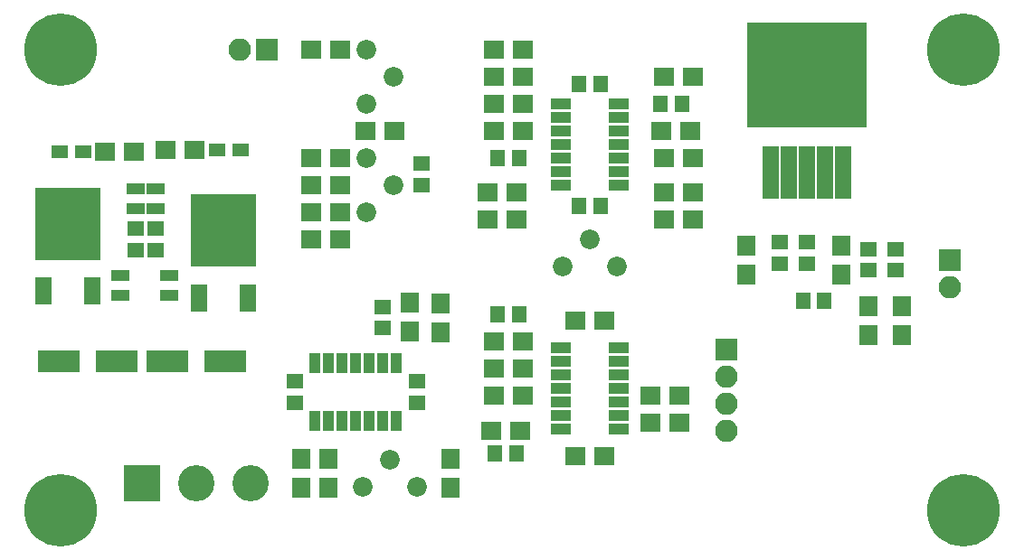
<source format=gbr>
G04 #@! TF.FileFunction,Soldermask,Top*
%FSLAX46Y46*%
G04 Gerber Fmt 4.6, Leading zero omitted, Abs format (unit mm)*
G04 Created by KiCad (PCBNEW 4.0.6) date 07/14/17 14:36:20*
%MOMM*%
%LPD*%
G01*
G04 APERTURE LIST*
%ADD10C,0.100000*%
%ADD11R,1.500000X5.000000*%
%ADD12R,11.200000X9.800000*%
%ADD13R,1.900000X1.700000*%
%ADD14C,6.800000*%
%ADD15R,1.650000X1.400000*%
%ADD16R,1.400000X1.650000*%
%ADD17R,1.600000X1.300000*%
%ADD18R,3.400000X3.400000*%
%ADD19C,3.400000*%
%ADD20R,2.100000X2.100000*%
%ADD21O,2.100000X2.100000*%
%ADD22R,1.700000X1.900000*%
%ADD23C,1.840000*%
%ADD24R,1.900000X1.000000*%
%ADD25R,1.000000X1.900000*%
%ADD26R,1.600000X2.600000*%
%ADD27R,6.200000X6.800000*%
%ADD28R,1.700000X1.100000*%
%ADD29R,3.900000X2.000000*%
G04 APERTURE END LIST*
D10*
D11*
X99470000Y-36890000D03*
X101170000Y-36890000D03*
X102870000Y-36890000D03*
X104570000Y-36890000D03*
X106270000Y-36890000D03*
D12*
X102870000Y-27740000D03*
D13*
X92155000Y-27940000D03*
X89455000Y-27940000D03*
D14*
X117475000Y-25400000D03*
X117475000Y-68580000D03*
X33020000Y-68580000D03*
D15*
X66802000Y-38084000D03*
X66802000Y-36084000D03*
D16*
X75930000Y-50165000D03*
X73930000Y-50165000D03*
X73676000Y-63246000D03*
X75676000Y-63246000D03*
D15*
X40005000Y-42180000D03*
X40005000Y-44180000D03*
X41910000Y-44180000D03*
X41910000Y-42180000D03*
D16*
X75930000Y-35560000D03*
X73930000Y-35560000D03*
X81550000Y-40005000D03*
X83550000Y-40005000D03*
X81550000Y-28575000D03*
X83550000Y-28575000D03*
D15*
X54927500Y-58467500D03*
X54927500Y-56467500D03*
X66357500Y-58467500D03*
X66357500Y-56467500D03*
X63182500Y-51482500D03*
X63182500Y-49482500D03*
D16*
X89170000Y-30480000D03*
X91170000Y-30480000D03*
D15*
X100330000Y-45450000D03*
X100330000Y-43450000D03*
X108585000Y-44085000D03*
X108585000Y-46085000D03*
X111125000Y-46085000D03*
X111125000Y-44085000D03*
X102870000Y-45450000D03*
X102870000Y-43450000D03*
D16*
X104505000Y-48895000D03*
X102505000Y-48895000D03*
D17*
X32936000Y-34925000D03*
X35136000Y-34925000D03*
X47668000Y-34798000D03*
X49868000Y-34798000D03*
D18*
X40640000Y-66040000D03*
D19*
X45720000Y-66040000D03*
X50800000Y-66040000D03*
D20*
X52324000Y-25400000D03*
D21*
X49784000Y-25400000D03*
D20*
X95300800Y-53543200D03*
D21*
X95300800Y-56083200D03*
X95300800Y-58623200D03*
X95300800Y-61163200D03*
D20*
X116205000Y-45085000D03*
D21*
X116205000Y-47625000D03*
D13*
X59135000Y-35560000D03*
X56435000Y-35560000D03*
X56435000Y-43180000D03*
X59135000Y-43180000D03*
X59135000Y-38100000D03*
X56435000Y-38100000D03*
X56435000Y-40640000D03*
X59135000Y-40640000D03*
X59135000Y-25400000D03*
X56435000Y-25400000D03*
X76280000Y-55245000D03*
X73580000Y-55245000D03*
X73580000Y-57785000D03*
X76280000Y-57785000D03*
X76280000Y-25400000D03*
X73580000Y-25400000D03*
X64215000Y-33020000D03*
X61515000Y-33020000D03*
X76280000Y-52705000D03*
X73580000Y-52705000D03*
X73326000Y-61087000D03*
X76026000Y-61087000D03*
X76280000Y-33020000D03*
X73580000Y-33020000D03*
X83900000Y-50800000D03*
X81200000Y-50800000D03*
X88185000Y-57785000D03*
X90885000Y-57785000D03*
X83900000Y-63500000D03*
X81200000Y-63500000D03*
X73580000Y-30480000D03*
X76280000Y-30480000D03*
X73580000Y-27940000D03*
X76280000Y-27940000D03*
X90885000Y-60325000D03*
X88185000Y-60325000D03*
D22*
X58102500Y-66437500D03*
X58102500Y-63737500D03*
D13*
X75645000Y-38735000D03*
X72945000Y-38735000D03*
X72945000Y-41275000D03*
X75645000Y-41275000D03*
D22*
X55562500Y-63737500D03*
X55562500Y-66437500D03*
D13*
X92155000Y-38735000D03*
X89455000Y-38735000D03*
D22*
X69532500Y-63737500D03*
X69532500Y-66437500D03*
D13*
X92155000Y-41275000D03*
X89455000Y-41275000D03*
X89455000Y-35560000D03*
X92155000Y-35560000D03*
D22*
X65722500Y-49132500D03*
X65722500Y-51832500D03*
X68580000Y-49196000D03*
X68580000Y-51896000D03*
D13*
X89201000Y-33020000D03*
X91901000Y-33020000D03*
D22*
X97155000Y-43735000D03*
X97155000Y-46435000D03*
X106045000Y-43735000D03*
X106045000Y-46435000D03*
X111760000Y-49450000D03*
X111760000Y-52150000D03*
X108585000Y-52150000D03*
X108585000Y-49450000D03*
D13*
X37131000Y-34925000D03*
X39831000Y-34925000D03*
X45546000Y-34798000D03*
X42846000Y-34798000D03*
D23*
X61595000Y-25400000D03*
X64135000Y-27940000D03*
X61595000Y-30480000D03*
X61595000Y-35560000D03*
X64135000Y-38100000D03*
X61595000Y-40640000D03*
X61277500Y-66357500D03*
X63817500Y-63817500D03*
X66357500Y-66357500D03*
X80010000Y-45720000D03*
X82550000Y-43180000D03*
X85090000Y-45720000D03*
D24*
X79850000Y-30480000D03*
X79850000Y-31750000D03*
X79850000Y-33020000D03*
X79850000Y-34290000D03*
X79850000Y-35560000D03*
X79850000Y-36830000D03*
X79850000Y-38100000D03*
X85250000Y-38100000D03*
X85250000Y-36830000D03*
X85250000Y-35560000D03*
X85250000Y-34290000D03*
X85250000Y-33020000D03*
X85250000Y-31750000D03*
X85250000Y-30480000D03*
X79850000Y-53340000D03*
X79850000Y-54610000D03*
X79850000Y-55880000D03*
X79850000Y-57150000D03*
X79850000Y-58420000D03*
X79850000Y-59690000D03*
X79850000Y-60960000D03*
X85250000Y-60960000D03*
X85250000Y-59690000D03*
X85250000Y-58420000D03*
X85250000Y-57150000D03*
X85250000Y-55880000D03*
X85250000Y-54610000D03*
X85250000Y-53340000D03*
D25*
X56832500Y-60167500D03*
X58102500Y-60167500D03*
X59372500Y-60167500D03*
X60642500Y-60167500D03*
X61912500Y-60167500D03*
X63182500Y-60167500D03*
X64452500Y-60167500D03*
X64452500Y-54767500D03*
X63182500Y-54767500D03*
X61912500Y-54767500D03*
X60642500Y-54767500D03*
X59372500Y-54767500D03*
X58102500Y-54767500D03*
X56832500Y-54767500D03*
D26*
X31375000Y-48015000D03*
X35935000Y-48015000D03*
D27*
X33655000Y-41715000D03*
D26*
X45980000Y-48650000D03*
X50540000Y-48650000D03*
D27*
X48260000Y-42350000D03*
D28*
X38608000Y-48448000D03*
X38608000Y-46548000D03*
X43180000Y-48448000D03*
X43180000Y-46548000D03*
X40005000Y-40320000D03*
X40005000Y-38420000D03*
X41910000Y-40320000D03*
X41910000Y-38420000D03*
D29*
X32860000Y-54610000D03*
X38260000Y-54610000D03*
X43020000Y-54610000D03*
X48420000Y-54610000D03*
D14*
X33020000Y-25400000D03*
M02*

</source>
